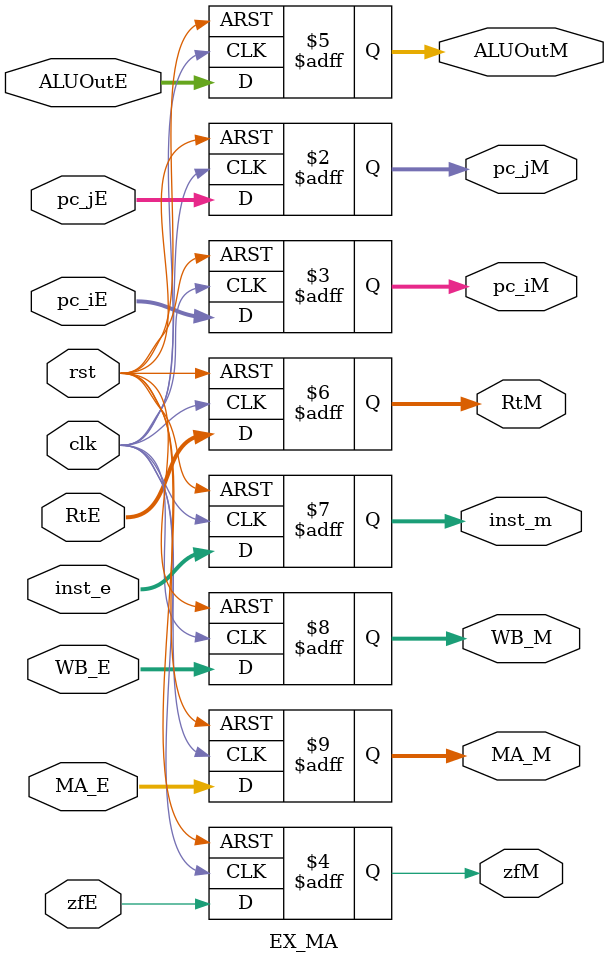
<source format=v>
`timescale 1ns / 1ps
module EX_MA (
    input clk,rst,
    input [31:0] pc_jE,pc_iE,
    input zfE,
    input [31:0] ALUOutE,
    input [31:0] RtE,
    input [31:0] inst_e,
    input wire[2:0] WB_E,
    input wire[3:0] MA_E,
    output reg[31:0] pc_jM,pc_iM,
    output reg zfM,
    output reg[31:0] ALUOutM,
    output reg[31:0] RtM,
    output reg[31:0] inst_m,
    output reg[2:0] WB_M,
    output reg[3:0] MA_M
);
    // 流水线寄存器更新逻辑
    always @(posedge clk or posedge rst) begin
        if (rst) begin
            // 复位所有流水线寄存器
            pc_jM <= 32'b0;
            pc_iM <= 32'b0;
            zfM <= 1'b0;
            ALUOutM <= 32'b0;
            RtM <= 32'b0;
            inst_m <= 32'b0;
            WB_M <= 3'b0;
            MA_M <= 4'b0;
        end
        else begin
            // 在每个时钟上升沿，将 EX 阶段的数据传递到 MA 阶段
            pc_jM <= pc_jE;
            pc_iM <= pc_iE;
            zfM <= zfE;
            ALUOutM <= ALUOutE;
            RtM <= RtE;
            inst_m <= inst_e;
            WB_M <= WB_E;
            MA_M <= MA_E;
        end
    end

endmodule
</source>
